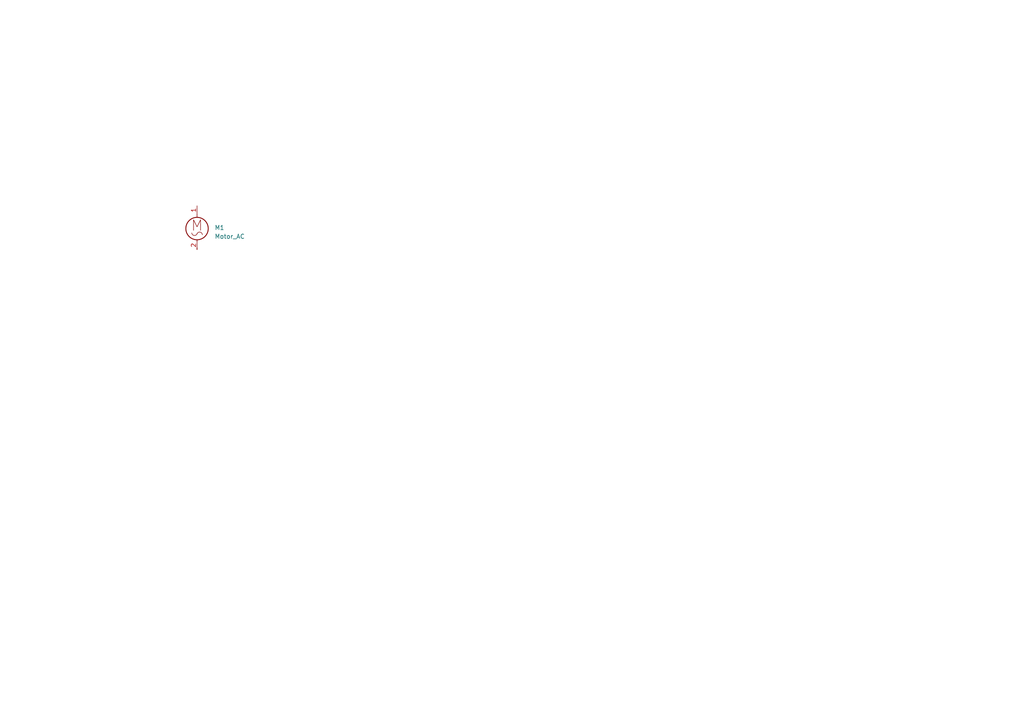
<source format=kicad_sch>
(kicad_sch (version 20231120) (generator "eeschema") (generator_version "8.0")
  (paper "A4")
  (lib_symbols
    (symbol "Motor:Motor_AC" (pin_names (offset 0))
      (property "Reference" "M" (at 2.54 2.54 0))
      (property "Value" "Motor_AC" (at 2.54 -5.08 0))
      (symbol "Motor_AC_0_0"
        (arc (start -1.524 -2.794) (mid -0.8654 -3.5217) (end 0 -3.048))
        (polyline (pts (xy -1.016 -2.032) (xy -1.016 1.016) (xy 0 -1.016) (xy 1.016 1.016) (xy 1.016 -2.032)))
        (arc (start 1.524 -3.302) (mid 0.85 -2.5503) (end 0 -3.048))
      )
      (symbol "Motor_AC_0_1"
        (circle (center 0 -1.524) (radius 3.2512) (stroke (width 0.254)))
        (polyline (pts (xy 0 -7.62) (xy 0 -7.112)))
        (polyline (pts (xy 0 -4.7752) (xy 0 -5.1816)))
        (polyline (pts (xy 0 1.7272) (xy 0 2.0828)))
        (polyline (pts (xy 0 2.032) (xy 0 2.54)))
      )
      (symbol "Motor_AC_1_1"
        (pin passive line (at 0 5.08 270) (length 2.54) (name "~") (number "1"))
        (pin passive line (at 0 -7.62 90) (length 2.54) (name "~") (number "2"))
      )
    )
  )
  (symbol (lib_id "Motor:Motor_AC") (at 57.15 64.77 0) (unit 1)
    (property "Reference" "M1" (at 62.23 66.0399 0) (effects (justify left)))
    (property "Value" "Motor_AC" (at 62.23 68.5799 0) (effects (justify left)))
    (property "Description" "AC Motor" (effects (hide yes)))
  )
)
</source>
